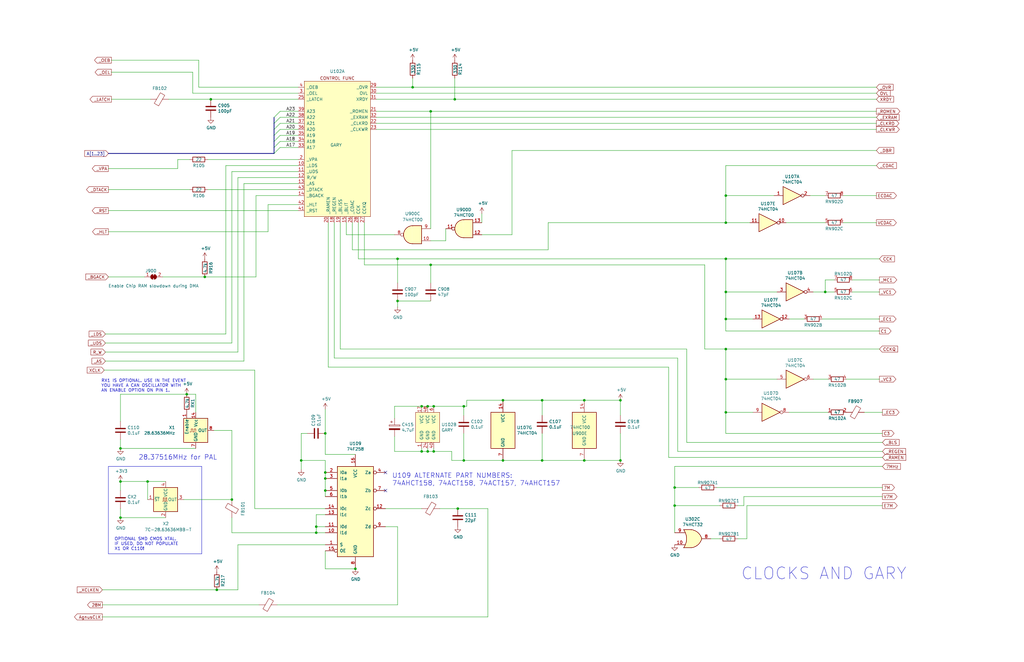
<source format=kicad_sch>
(kicad_sch (version 20231120) (generator "eeschema") (generator_version "8.0")
  (paper "B")
  (title_block (title "Amiga 2000 EATX") (date "2024-06-02") (rev "3.1"))
  (junction (at 137.16 207.01))
  (junction (at 149.86 240.03))
  (junction (at 97.79 210.82))
  (junction (at 261.62 168.91))
  (junction (at 306.07 93.98))
  (junction (at 86.36 116.84))
  (junction (at 181.61 111.76))
  (junction (at 50.8 218.44))
  (junction (at 306.07 109.22))
  (junction (at 50.8 203.2))
  (junction (at 306.07 147.32))
  (junction (at 167.64 109.22))
  (junction (at 137.16 199.39))
  (junction (at 182.88 171.45))
  (junction (at 261.62 194.31))
  (junction (at 306.07 123.19))
  (junction (at 137.16 201.93))
  (junction (at 177.8 190.5))
  (junction (at 306.07 82.55))
  (junction (at 347.98 123.19))
  (junction (at 212.09 194.31))
  (junction (at 50.8 189.23))
  (junction (at 284.48 205.74))
  (junction (at 167.64 127))
  (junction (at 180.34 171.45))
  (junction (at 133.35 224.79))
  (junction (at 78.74 166.37))
  (junction (at 306.07 134.62))
  (junction (at 212.09 168.91))
  (junction (at 88.9 41.91))
  (junction (at 180.34 190.5))
  (junction (at 306.07 173.99))
  (junction (at 177.8 171.45))
  (junction (at 228.6 194.31))
  (junction (at 228.6 168.91))
  (junction (at 137.16 182.88))
  (junction (at 191.77 41.91))
  (junction (at 195.58 171.45))
  (junction (at 246.38 168.91))
  (junction (at 193.04 214.63))
  (junction (at 182.88 190.5))
  (junction (at 91.44 248.92))
  (junction (at 306.07 160.02))
  (junction (at 127 194.31))
  (junction (at 181.61 46.99))
  (junction (at 173.99 36.83))
  (junction (at 246.38 194.31))
  (junction (at 284.48 213.36))
  (junction (at 195.58 194.31))
  (junction (at 62.23 203.2))
  (junction (at 133.35 222.25))
  (no_connect (at 162.56 199.39))
  (no_connect (at 162.56 207.01))
  (bus_entry (at 118.11 52.07) (size -2.54 2.54))
  (bus_entry (at 118.11 62.23) (size -2.54 2.54))
  (bus_entry (at 118.11 49.53) (size -2.54 2.54))
  (bus_entry (at 118.11 46.99) (size -2.54 2.54))
  (bus_entry (at 118.11 59.69) (size -2.54 2.54))
  (bus_entry (at 118.11 57.15) (size -2.54 2.54))
  (bus_entry (at 118.11 54.61) (size -2.54 2.54))
  (wire (pts (xy 125.73 82.55) (xy 107.95 82.55)))
  (wire (pts (xy 289.56 186.69) (xy 289.56 147.32)))
  (wire (pts (xy 138.43 93.98) (xy 138.43 154.94)))
  (wire (pts (xy 342.9 123.19) (xy 347.98 123.19)))
  (wire (pts (xy 331.47 93.98) (xy 347.98 93.98)))
  (wire (pts (xy 166.37 184.15) (xy 166.37 190.5)))
  (polyline (pts (xy 45.72 196.85) (xy 45.72 233.68)))
  (wire (pts (xy 44.45 152.4) (xy 102.87 152.4)))
  (wire (pts (xy 129.54 182.88) (xy 127 182.88)))
  (wire (pts (xy 181.61 127) (xy 167.64 127)))
  (wire (pts (xy 228.6 194.31) (xy 246.38 194.31)))
  (polyline (pts (xy 85.09 233.68) (xy 85.09 196.85)))
  (wire (pts (xy 181.61 46.99) (xy 369.57 46.99)))
  (wire (pts (xy 148.59 105.41) (xy 231.14 105.41)))
  (wire (pts (xy 81.28 39.37) (xy 81.28 30.48)))
  (wire (pts (xy 125.73 72.39) (xy 97.79 72.39)))
  (wire (pts (xy 173.99 36.83) (xy 369.57 36.83)))
  (wire (pts (xy 294.64 205.74) (xy 284.48 205.74)))
  (wire (pts (xy 125.73 54.61) (xy 118.11 54.61)))
  (wire (pts (xy 228.6 194.31) (xy 212.09 194.31)))
  (wire (pts (xy 125.73 46.99) (xy 118.11 46.99)))
  (wire (pts (xy 137.16 214.63) (xy 107.442 214.63)))
  (wire (pts (xy 341.63 82.55) (xy 347.98 82.55)))
  (wire (pts (xy 370.84 147.32) (xy 306.07 147.32)))
  (bus (pts (xy 115.57 57.15) (xy 115.57 59.69)))
  (wire (pts (xy 195.58 171.45) (xy 196.85 171.45)))
  (wire (pts (xy 306.07 123.19) (xy 306.07 134.62)))
  (wire (pts (xy 195.58 175.26) (xy 195.58 171.45)))
  (wire (pts (xy 281.94 193.04) (xy 281.94 154.94)))
  (wire (pts (xy 125.73 59.69) (xy 118.11 59.69)))
  (wire (pts (xy 347.98 123.19) (xy 351.79 123.19)))
  (wire (pts (xy 143.51 93.98) (xy 143.51 147.32)))
  (wire (pts (xy 195.58 194.31) (xy 212.09 194.31)))
  (wire (pts (xy 306.07 160.02) (xy 327.66 160.02)))
  (wire (pts (xy 181.61 119.38) (xy 181.61 111.76)))
  (wire (pts (xy 87.63 67.31) (xy 125.73 67.31)))
  (wire (pts (xy 356.87 160.02) (xy 370.84 160.02)))
  (wire (pts (xy 137.16 209.55) (xy 137.16 207.01)))
  (wire (pts (xy 127 198.12) (xy 127 194.31)))
  (wire (pts (xy 196.85 171.45) (xy 196.85 168.91)))
  (wire (pts (xy 182.88 171.45) (xy 195.58 171.45)))
  (wire (pts (xy 45.72 97.79) (xy 113.03 97.79)))
  (wire (pts (xy 187.96 101.6) (xy 187.96 96.52)))
  (wire (pts (xy 196.85 168.91) (xy 212.09 168.91)))
  (wire (pts (xy 107.442 214.63) (xy 107.442 156.21)))
  (wire (pts (xy 306.07 82.55) (xy 326.39 82.55)))
  (wire (pts (xy 177.8 190.5) (xy 166.37 190.5)))
  (wire (pts (xy 133.35 224.79) (xy 97.79 224.79)))
  (wire (pts (xy 228.6 168.91) (xy 246.38 168.91)))
  (wire (pts (xy 133.35 224.79) (xy 133.35 222.25)))
  (wire (pts (xy 44.45 140.97) (xy 95.25 140.97)))
  (wire (pts (xy 125.73 86.36) (xy 113.03 86.36)))
  (wire (pts (xy 306.07 182.88) (xy 372.11 182.88)))
  (wire (pts (xy 158.75 46.99) (xy 181.61 46.99)))
  (wire (pts (xy 167.64 222.25) (xy 167.64 255.27)))
  (wire (pts (xy 215.9 63.5) (xy 215.9 99.06)))
  (wire (pts (xy 137.16 222.25) (xy 133.35 222.25)))
  (wire (pts (xy 125.73 41.91) (xy 88.9 41.91)))
  (wire (pts (xy 246.38 194.31) (xy 261.62 194.31)))
  (wire (pts (xy 342.9 160.02) (xy 349.25 160.02)))
  (wire (pts (xy 369.57 63.5) (xy 215.9 63.5)))
  (wire (pts (xy 182.88 189.23) (xy 182.88 190.5)))
  (wire (pts (xy 97.79 218.44) (xy 97.79 224.79)))
  (wire (pts (xy 44.45 144.78) (xy 97.79 144.78)))
  (wire (pts (xy 78.74 166.37) (xy 50.8 166.37)))
  (wire (pts (xy 369.57 49.53) (xy 158.75 49.53)))
  (wire (pts (xy 284.48 213.36) (xy 303.53 213.36)))
  (wire (pts (xy 137.16 199.39) (xy 137.16 194.31)))
  (wire (pts (xy 125.73 74.93) (xy 100.33 74.93)))
  (wire (pts (xy 166.37 171.45) (xy 177.8 171.45)))
  (wire (pts (xy 359.41 123.19) (xy 370.84 123.19)))
  (wire (pts (xy 107.95 116.84) (xy 86.36 116.84)))
  (bus (pts (xy 115.57 62.23) (xy 115.57 64.77)))
  (wire (pts (xy 228.6 175.26) (xy 228.6 168.91)))
  (wire (pts (xy 313.69 213.36) (xy 311.15 213.36)))
  (wire (pts (xy 369.57 39.37) (xy 158.75 39.37)))
  (wire (pts (xy 97.79 72.39) (xy 97.79 144.78)))
  (wire (pts (xy 162.56 222.25) (xy 167.64 222.25)))
  (wire (pts (xy 314.96 213.36) (xy 314.96 227.33)))
  (wire (pts (xy 148.59 93.98) (xy 148.59 105.41)))
  (wire (pts (xy 109.22 255.27) (xy 43.18 255.27)))
  (wire (pts (xy 125.73 77.47) (xy 102.87 77.47)))
  (wire (pts (xy 195.58 182.88) (xy 195.58 194.31)))
  (wire (pts (xy 137.16 182.88) (xy 137.16 172.72)))
  (wire (pts (xy 153.67 93.98) (xy 153.67 111.76)))
  (wire (pts (xy 100.33 248.92) (xy 91.44 248.92)))
  (bus (pts (xy 115.57 64.77) (xy 45.72 64.77)))
  (wire (pts (xy 285.75 190.5) (xy 285.75 151.13)))
  (wire (pts (xy 203.2 99.06) (xy 215.9 99.06)))
  (wire (pts (xy 127 182.88) (xy 127 194.31)))
  (wire (pts (xy 246.38 168.91) (xy 261.62 168.91)))
  (wire (pts (xy 83.82 25.4) (xy 46.99 25.4)))
  (wire (pts (xy 180.34 189.23) (xy 180.34 190.5)))
  (wire (pts (xy 107.442 156.21) (xy 43.942 156.21)))
  (wire (pts (xy 113.03 86.36) (xy 113.03 97.79)))
  (wire (pts (xy 90.17 181.61) (xy 97.79 181.61)))
  (wire (pts (xy 151.13 109.22) (xy 167.64 109.22)))
  (bus (pts (xy 115.57 52.07) (xy 115.57 54.61)))
  (wire (pts (xy 137.16 207.01) (xy 137.16 201.93)))
  (wire (pts (xy 82.55 189.23) (xy 50.8 189.23)))
  (wire (pts (xy 146.05 93.98) (xy 146.05 99.06)))
  (wire (pts (xy 81.28 30.48) (xy 46.99 30.48)))
  (wire (pts (xy 297.18 111.76) (xy 297.18 147.32)))
  (wire (pts (xy 369.57 69.85) (xy 306.07 69.85)))
  (wire (pts (xy 143.51 147.32) (xy 289.56 147.32)))
  (wire (pts (xy 50.8 203.2) (xy 50.8 207.01)))
  (wire (pts (xy 45.72 88.9) (xy 125.73 88.9)))
  (wire (pts (xy 149.86 240.03) (xy 137.16 240.03)))
  (wire (pts (xy 137.16 191.77) (xy 149.86 191.77)))
  (wire (pts (xy 107.95 82.55) (xy 107.95 116.84)))
  (wire (pts (xy 364.49 173.99) (xy 372.11 173.99)))
  (wire (pts (xy 177.8 171.45) (xy 180.34 171.45)))
  (wire (pts (xy 284.48 224.79) (xy 284.48 213.36)))
  (wire (pts (xy 125.73 69.85) (xy 95.25 69.85)))
  (wire (pts (xy 153.67 111.76) (xy 181.61 111.76)))
  (wire (pts (xy 137.16 194.31) (xy 127 194.31)))
  (wire (pts (xy 62.23 210.82) (xy 62.23 203.2)))
  (wire (pts (xy 372.11 186.69) (xy 289.56 186.69)))
  (wire (pts (xy 167.64 119.38) (xy 167.64 109.22)))
  (wire (pts (xy 317.5 134.62) (xy 306.07 134.62)))
  (wire (pts (xy 369.57 54.61) (xy 158.75 54.61)))
  (wire (pts (xy 306.07 160.02) (xy 306.07 173.99)))
  (wire (pts (xy 346.71 134.62) (xy 370.84 134.62)))
  (wire (pts (xy 327.66 123.19) (xy 306.07 123.19)))
  (wire (pts (xy 80.01 67.31) (xy 74.93 67.31)))
  (wire (pts (xy 306.07 173.99) (xy 306.07 182.88)))
  (wire (pts (xy 284.48 205.74) (xy 284.48 213.36)))
  (wire (pts (xy 372.11 190.5) (xy 285.75 190.5)))
  (wire (pts (xy 355.6 82.55) (xy 369.57 82.55)))
  (wire (pts (xy 95.25 69.85) (xy 95.25 140.97)))
  (wire (pts (xy 355.6 93.98) (xy 369.57 93.98)))
  (wire (pts (xy 372.11 209.55) (xy 313.69 209.55)))
  (wire (pts (xy 347.98 118.11) (xy 351.79 118.11)))
  (wire (pts (xy 100.33 229.87) (xy 100.33 248.92)))
  (wire (pts (xy 91.44 248.92) (xy 43.18 248.92)))
  (wire (pts (xy 306.07 147.32) (xy 306.07 160.02)))
  (wire (pts (xy 86.36 116.84) (xy 68.58 116.84)))
  (wire (pts (xy 166.37 176.53) (xy 166.37 171.45)))
  (wire (pts (xy 146.05 99.06) (xy 166.37 99.06)))
  (wire (pts (xy 167.64 255.27) (xy 116.84 255.27)))
  (wire (pts (xy 261.62 168.91) (xy 261.62 175.26)))
  (wire (pts (xy 138.43 154.94) (xy 281.94 154.94)))
  (wire (pts (xy 137.16 240.03) (xy 137.16 232.41)))
  (wire (pts (xy 137.16 229.87) (xy 100.33 229.87)))
  (wire (pts (xy 306.07 134.62) (xy 306.07 139.7)))
  (wire (pts (xy 181.61 96.52) (xy 181.61 46.99)))
  (wire (pts (xy 190.5 190.5) (xy 182.88 190.5)))
  (wire (pts (xy 302.26 205.74) (xy 372.11 205.74)))
  (wire (pts (xy 125.73 52.07) (xy 118.11 52.07)))
  (bus (pts (xy 115.57 54.61) (xy 115.57 57.15)))
  (wire (pts (xy 43.18 260.35) (xy 205.74 260.35)))
  (wire (pts (xy 44.45 148.59) (xy 100.33 148.59)))
  (wire (pts (xy 137.16 182.88) (xy 137.16 191.77)))
  (polyline (pts (xy 85.09 196.85) (xy 45.72 196.85)))
  (wire (pts (xy 228.6 182.88) (xy 228.6 194.31)))
  (wire (pts (xy 151.13 93.98) (xy 151.13 109.22)))
  (wire (pts (xy 212.09 168.91) (xy 228.6 168.91)))
  (wire (pts (xy 173.99 33.02) (xy 173.99 36.83)))
  (wire (pts (xy 133.35 222.25) (xy 133.35 217.17)))
  (wire (pts (xy 140.97 151.13) (xy 285.75 151.13)))
  (wire (pts (xy 74.93 71.12) (xy 74.93 67.31)))
  (wire (pts (xy 125.73 80.01) (xy 87.63 80.01)))
  (wire (pts (xy 77.47 210.82) (xy 97.79 210.82)))
  (wire (pts (xy 261.62 182.88) (xy 261.62 194.31)))
  (wire (pts (xy 332.74 134.62) (xy 339.09 134.62)))
  (wire (pts (xy 62.23 203.2) (xy 50.8 203.2)))
  (wire (pts (xy 297.18 147.32) (xy 306.07 147.32)))
  (wire (pts (xy 158.75 41.91) (xy 191.77 41.91)))
  (wire (pts (xy 372.11 213.36) (xy 314.96 213.36)))
  (wire (pts (xy 181.61 111.76) (xy 297.18 111.76)))
  (wire (pts (xy 167.64 127) (xy 167.64 129.54)))
  (wire (pts (xy 306.07 139.7) (xy 370.84 139.7)))
  (wire (pts (xy 82.55 166.37) (xy 82.55 173.99)))
  (wire (pts (xy 125.73 57.15) (xy 118.11 57.15)))
  (wire (pts (xy 299.72 227.33) (xy 303.53 227.33)))
  (wire (pts (xy 203.2 90.17) (xy 203.2 93.98)))
  (wire (pts (xy 317.5 173.99) (xy 306.07 173.99)))
  (wire (pts (xy 88.9 41.91) (xy 71.12 41.91)))
  (wire (pts (xy 306.07 93.98) (xy 306.07 82.55)))
  (wire (pts (xy 50.8 218.44) (xy 50.8 214.63)))
  (wire (pts (xy 63.5 41.91) (xy 46.99 41.91)))
  (wire (pts (xy 137.16 201.93) (xy 137.16 199.39)))
  (wire (pts (xy 62.23 203.2) (xy 69.85 203.2)))
  (wire (pts (xy 80.01 80.01) (xy 45.72 80.01)))
  (polyline (pts (xy 45.72 233.68) (xy 85.09 233.68)))
  (bus (pts (xy 115.57 59.69) (xy 115.57 62.23)))
  (wire (pts (xy 60.96 116.84) (xy 45.72 116.84)))
  (wire (pts (xy 180.34 171.45) (xy 182.88 171.45)))
  (wire (pts (xy 316.23 93.98) (xy 306.07 93.98)))
  (wire (pts (xy 162.56 214.63) (xy 177.8 214.63)))
  (wire (pts (xy 313.69 209.55) (xy 313.69 213.36)))
  (wire (pts (xy 181.61 101.6) (xy 187.96 101.6)))
  (wire (pts (xy 190.5 194.31) (xy 190.5 190.5)))
  (wire (pts (xy 191.77 41.91) (xy 369.57 41.91)))
  (wire (pts (xy 125.73 39.37) (xy 81.28 39.37)))
  (wire (pts (xy 50.8 166.37) (xy 50.8 177.8)))
  (wire (pts (xy 97.79 181.61) (xy 97.79 210.82)))
  (wire (pts (xy 45.72 71.12) (xy 74.93 71.12)))
  (wire (pts (xy 185.42 214.63) (xy 193.04 214.63)))
  (wire (pts (xy 50.8 189.23) (xy 50.8 185.42)))
  (wire (pts (xy 193.04 214.63) (xy 205.74 214.63)))
  (wire (pts (xy 205.74 260.35) (xy 205.74 214.63)))
  (wire (pts (xy 102.87 77.47) (xy 102.87 152.4)))
  (wire (pts (xy 231.14 93.98) (xy 306.07 93.98)))
  (wire (pts (xy 83.82 36.83) (xy 83.82 25.4)))
  (wire (pts (xy 314.96 227.33) (xy 311.15 227.33)))
  (wire (pts (xy 347.98 123.19) (xy 347.98 118.11)))
  (wire (pts (xy 359.41 118.11) (xy 370.84 118.11)))
  (wire (pts (xy 306.07 109.22) (xy 306.07 123.19)))
  (wire (pts (xy 182.88 190.5) (xy 180.34 190.5)))
  (wire (pts (xy 125.73 36.83) (xy 83.82 36.83)))
  (wire (pts (xy 137.16 224.79) (xy 133.35 224.79)))
  (wire (pts (xy 177.8 189.23) (xy 177.8 190.5)))
  (wire (pts (xy 100.33 74.93) (xy 100.33 148.59)))
  (wire (pts (xy 158.75 52.07) (xy 369.57 52.07)))
  (wire (pts (xy 69.85 218.44) (xy 50.8 218.44)))
  (bus (pts (xy 115.57 49.53) (xy 115.57 52.07)))
  (wire (pts (xy 167.64 109.22) (xy 306.07 109.22)))
  (wire (pts (xy 190.5 194.31) (xy 195.58 194.31)))
  (wire (pts (xy 231.14 105.41) (xy 231.14 93.98)))
  (wire (pts (xy 180.34 190.5) (xy 177.8 190.5)))
  (wire (pts (xy 372.11 193.04) (xy 281.94 193.04)))
  (wire (pts (xy 370.84 109.22) (xy 306.07 109.22)))
  (wire (pts (xy 140.97 93.98) (xy 140.97 151.13)))
  (wire (pts (xy 158.75 36.83) (xy 173.99 36.83)))
  (wire (pts (xy 133.35 217.17) (xy 137.16 217.17)))
  (wire (pts (xy 284.48 196.85) (xy 284.48 205.74)))
  (wire (pts (xy 125.73 49.53) (xy 118.11 49.53)))
  (wire (pts (xy 306.07 69.85) (xy 306.07 82.55)))
  (wire (pts (xy 78.74 166.37) (xy 82.55 166.37)))
  (wire (pts (xy 332.74 173.99) (xy 349.25 173.99)))
  (wire (pts (xy 191.77 33.02) (xy 191.77 41.91)))
  (wire (pts (xy 125.73 62.23) (xy 118.11 62.23)))
  (wire (pts (xy 372.11 196.85) (xy 284.48 196.85)))
  (text "RX1 IS OPTIONAL. USE IN THE EVENT\nYOU HAVE A CAN OSCILLATOR WITH \nAN ENABLE OPTION ON PIN 1." (at 42.672 165.608 0) (effects (font (size 1.27 1.27)) (justify left bottom)))
  (text "28.37516MHz for PAL" (at 58.42 194.31 0) (effects (font (size 2.0066 2.0066)) (justify left bottom)))
  (text "OPTIONAL SMD CMOS XTAL. \nIF USED, DO NOT POPULATE \nX1 OR C110!" (at 48.26 232.41 0) (effects (font (size 1.27 1.27)) (justify left bottom)))
  (text "U109 ALTERNATE PART NUMBERS:\n74AHCT158, 74ACT158, 74ACT157, 74AHCT157" (at 165.354 205.232 0) (effects (font (size 2 2)) (justify left bottom)))
  (text "CLOCKS AND GARY" (at 312.42 245.11 0) (effects (font (size 5.0038 5.0038)) (justify left bottom)))
  (label "A18" (at 124.46 59.69 180) (effects (font (size 1.2954 1.2954))))
  (label "A19" (at 124.46 57.15 180) (effects (font (size 1.2954 1.2954))))
  (label "A22" (at 124.46 49.53 180) (effects (font (size 1.2954 1.2954))))
  (label "A17" (at 124.46 62.23 180) (effects (font (size 1.2954 1.2954))))
  (label "A23" (at 124.46 46.99 180) (effects (font (size 1.2954 1.2954))))
  (label "A21" (at 124.46 52.07 180) (effects (font (size 1.2954 1.2954))))
  (label "A20" (at 124.46 54.61 180) (effects (font (size 1.2954 1.2954))))
  (global_label "_ROMEN" (shape output) (at 369.57 46.99 0) (property "Intersheetrefs" "${INTERSHEET_REFS}" (at 379.4 46.99 0) (effects (justify left))))
  (global_label "_LDS" (shape input) (at 44.45 140.97 180) (property "Intersheetrefs" "${INTERSHEET_REFS}" (at 37.6438 140.97 0) (effects (justify right))))
  (global_label "OVL" (shape input) (at 369.57 39.37 0) (property "Intersheetrefs" "${INTERSHEET_REFS}" (at 375.3482 39.37 0) (effects (justify left))))
  (global_label "CCK" (shape input) (at 370.84 109.22 0) (effects (font (size 1.2954 1.2954))) (property "Intersheetrefs" "${INTERSHEET_REFS}" (at 377.1035 109.22 0) (effects (justify left))))
  (global_label "_VC3" (shape output) (at 370.84 160.02 0) (property "Intersheetrefs" "${INTERSHEET_REFS}" (at 377.7067 160.02 0) (effects (justify left))))
  (global_label "CCKQ" (shape input) (at 370.84 147.32 0) (effects (font (size 1.2954 1.2954))) (property "Intersheetrefs" "${INTERSHEET_REFS}" (at 378.4606 147.32 0) (effects (justify left))))
  (global_label "C1" (shape output) (at 370.84 139.7 0) (property "Intersheetrefs" "${INTERSHEET_REFS}" (at 375.6505 139.7 0) (effects (justify left))))
  (global_label "XRDY" (shape input) (at 369.57 41.91 0) (property "Intersheetrefs" "${INTERSHEET_REFS}" (at 376.7391 41.91 0) (effects (justify left))))
  (global_label "_RST" (shape output) (at 45.72 88.9 180) (property "Intersheetrefs" "${INTERSHEET_REFS}" (at 38.9743 88.9 0) (effects (justify right))))
  (global_label "ECDAC" (shape output) (at 369.57 82.55 0) (property "Intersheetrefs" "${INTERSHEET_REFS}" (at 377.9486 82.55 0) (effects (justify left))))
  (global_label "_OEL" (shape output) (at 46.99 30.48 180) (property "Intersheetrefs" "${INTERSHEET_REFS}" (at 40.1838 30.48 0) (effects (justify right))))
  (global_label "28M" (shape output) (at 43.18 255.27 180) (property "Intersheetrefs" "${INTERSHEET_REFS}" (at 36.9786 255.27 0) (effects (justify right))))
  (global_label "_REGEN" (shape input) (at 372.11 190.5 0) (effects (font (size 1.2954 1.2954))) (property "Intersheetrefs" "${INTERSHEET_REFS}" (at 381.7662 190.5 0) (effects (justify left))))
  (global_label "VCDAC" (shape output) (at 369.57 93.98 0) (property "Intersheetrefs" "${INTERSHEET_REFS}" (at 377.8882 93.98 0) (effects (justify left))))
  (global_label "7M" (shape output) (at 372.11 205.74 0) (property "Intersheetrefs" "${INTERSHEET_REFS}" (at 377.1019 205.74 0) (effects (justify left))))
  (global_label "_XCLKEN" (shape input) (at 43.18 248.92 180) (property "Intersheetrefs" "${INTERSHEET_REFS}" (at 32.6243 248.92 0) (effects (justify right))))
  (global_label "_MC1" (shape output) (at 370.84 118.11 0) (property "Intersheetrefs" "${INTERSHEET_REFS}" (at 378.0695 118.11 0) (effects (justify left))))
  (global_label "_EC3" (shape output) (at 372.11 173.99 0) (property "Intersheetrefs" "${INTERSHEET_REFS}" (at 379.0371 173.99 0) (effects (justify left))))
  (global_label "_BLS" (shape input) (at 372.11 186.69 0) (effects (font (size 1.2954 1.2954))) (property "Intersheetrefs" "${INTERSHEET_REFS}" (at 379.0521 186.69 0) (effects (justify left))))
  (global_label "_VC1" (shape output) (at 370.84 123.19 0) (property "Intersheetrefs" "${INTERSHEET_REFS}" (at 377.7067 123.19 0) (effects (justify left))))
  (global_label "_EC1" (shape output) (at 370.84 134.62 0) (property "Intersheetrefs" "${INTERSHEET_REFS}" (at 377.7671 134.62 0) (effects (justify left))))
  (global_label "_RAMEN" (shape input) (at 372.11 193.04 0) (effects (font (size 1.2954 1.2954))) (property "Intersheetrefs" "${INTERSHEET_REFS}" (at 381.8896 193.04 0) (effects (justify left))))
  (global_label "_CLKRD" (shape output) (at 369.57 52.07 0) (property "Intersheetrefs" "${INTERSHEET_REFS}" (at 378.9767 52.07 0) (effects (justify left))))
  (global_label "_UDS" (shape input) (at 44.45 144.78 180) (property "Intersheetrefs" "${INTERSHEET_REFS}" (at 37.3414 144.78 0) (effects (justify right))))
  (global_label "_DTACK" (shape output) (at 45.72 80.01 180) (property "Intersheetrefs" "${INTERSHEET_REFS}" (at 36.5552 80.01 0) (effects (justify right))))
  (global_label "C3" (shape output) (at 372.11 182.88 0) (property "Intersheetrefs" "${INTERSHEET_REFS}" (at 376.9205 182.88 0) (effects (justify left))))
  (global_label "XCLK" (shape input) (at 43.942 156.21 180) (property "Intersheetrefs" "${INTERSHEET_REFS}" (at 36.8334 156.21 0) (effects (justify right))))
  (global_label "_BGACK" (shape input) (at 45.72 116.84 180) (property "Intersheetrefs" "${INTERSHEET_REFS}" (at 36.2528 116.84 0) (effects (justify right))))
  (global_label "_CLKWR" (shape output) (at 369.57 54.61 0) (property "Intersheetrefs" "${INTERSHEET_REFS}" (at 379.1581 54.61 0) (effects (justify left))))
  (global_label "_EXRAM" (shape input) (at 369.57 49.53 0) (property "Intersheetrefs" "${INTERSHEET_REFS}" (at 379.0371 49.53 0) (effects (justify left))))
  (global_label "_DBR" (shape input) (at 369.57 63.5 0) (effects (font (size 1.2954 1.2954))) (property "Intersheetrefs" "${INTERSHEET_REFS}" (at 376.8205 63.5 0) (effects (justify left))))
  (global_label "_AS" (shape input) (at 44.45 152.4 180) (property "Intersheetrefs" "${INTERSHEET_REFS}" (at 38.8533 152.4 0) (effects (justify right))))
  (global_label "V7M" (shape output) (at 372.11 209.55 0) (property "Intersheetrefs" "${INTERSHEET_REFS}" (at 378.1905 209.55 0) (effects (justify left))))
  (global_label "_VPA" (shape output) (at 45.72 71.12 180) (property "Intersheetrefs" "${INTERSHEET_REFS}" (at 38.9742 71.12 0) (effects (justify right))))
  (global_label "AgnusCLK" (shape output) (at 43.18 260.35 180) (effects (font (size 1.2954 1.2954))) (property "Intersheetrefs" "${INTERSHEET_REFS}" (at 31.4882 260.35 0) (effects (justify right))))
  (global_label "A[1..23]" (shape input) (at 45.72 64.77 180) (property "Intersheetrefs" "${INTERSHEET_REFS}" (at 35.7689 64.77 0) (effects (justify right))))
  (global_label "_HLT" (shape output) (at 45.72 97.79 180) (property "Intersheetrefs" "${INTERSHEET_REFS}" (at 39.0952 97.79 0) (effects (justify right))))
  (global_label "R_W" (shape input) (at 44.45 148.59 180) (property "Intersheetrefs" "${INTERSHEET_REFS}" (at 38.43 148.59 0) (effects (justify right))))
  (global_label "_LATCH" (shape output) (at 46.99 41.91 180) (property "Intersheetrefs" "${INTERSHEET_REFS}" (at 38.0066 41.91 0) (effects (justify right))))
  (global_label "E7M" (shape output) (at 372.11 213.36 0) (property "Intersheetrefs" "${INTERSHEET_REFS}" (at 378.2509 213.36 0) (effects (justify left))))
  (global_label "7MHz" (shape input) (at 372.11 196.85 0) (effects (font (size 1.2954 1.2954))) (property "Intersheetrefs" "${INTERSHEET_REFS}" (at 379.6073 196.85 0) (effects (justify left))))
  (global_label "_OEB" (shape output) (at 46.99 25.4 180) (property "Intersheetrefs" "${INTERSHEET_REFS}" (at 39.9419 25.4 0) (effects (justify right))))
  (global_label "_OVR" (shape input) (at 369.57 36.83 0) (property "Intersheetrefs" "${INTERSHEET_REFS}" (at 376.5577 36.83 0) (effects (justify left))))
  (global_label "_CDAC" (shape input) (at 369.57 69.85 0) (effects (font (size 1.2954 1.2954))) (property "Intersheetrefs" "${INTERSHEET_REFS}" (at 377.9308 69.85 0) (effects (justify left))))
  (symbol (lib_id "Jumper:SolderJumper_2_Bridged") (at 64.77 116.84 0) (unit 1)
    (property "Reference" "J900" (at 66.04 114.3 0) (effects (justify right)))
    (property "Value" "Enable Chip RAM slowdown during DMA" (at 83.82 120.65 0) (effects (justify right)))
    (property "Footprint" "Jumper:SolderJumper-2_P1.3mm_Bridged_RoundedPad1.0x1.5mm" (effects (hide yes)))
  )
  (symbol (lib_id "Oscillator:SG-5032CAN") (at 69.85 210.82 0) (unit 1)
    (property "Reference" "X2" (at 68.58 220.98 0) (effects (justify left)))
    (property "Value" "7C-28.63636MBB-T" (at 60.96 223.52 0) (effects (justify left)))
    (property "Footprint" "Oscillator:Oscillator_SMD_SeikoEpson_SG8002LB-4Pin_5.0x3.2mm" (effects (hide yes)))
    (property "Datasheet" "https://support.epson.biz/td/api/doc_check.php?dl=brief_SG5032CAN&lang=en" (effects (hide yes)))
  )
  (symbol (lib_id "2000ATX-rescue:+3.3V-power") (at 50.8 203.2 0) (unit 1)
    (property "Reference" "#PWR0178" (effects (hide yes)))
    (property "Value" "+3V3" (at 51.181 198.8058 0))
  )
  (symbol (lib_id "Device:C") (at 50.8 210.82 0) (unit 1)
    (property "Reference" "CX2" (at 53.721 209.6516 0) (effects (justify left)))
    (property "Value" "0.1uF" (at 53.721 211.963 0) (effects (justify left)))
    (property "Footprint" "Capacitor_SMD:C_1206_3216Metric" (effects (hide yes)))
  )
  (symbol (lib_id "power:GND") (at 50.8 218.44 0) (unit 1)
    (property "Reference" "#PWR0179" (effects (hide yes)))
    (property "Value" "GND" (at 50.927 222.8342 0))
  )
  (symbol (lib_id "2000ATX-rescue:Ferrite_Bead-Device") (at 97.79 214.63 0) (unit 1)
    (property "Reference" "FB101" (at 102.4128 214.63 90))
    (property "Value" "Ferrite_Bead" (effects (hide yes)))
    (property "Footprint" "Capacitor_SMD:C_1206_3216Metric" (effects (hide yes)))
  )
  (symbol (lib_id "2000ATX-rescue:ACO-xxxMHz-Oscillator") (at 82.55 181.61 0) (unit 1)
    (property "Reference" "X1" (at 73.8378 180.4416 0) (effects (justify right)))
    (property "Value" "28.63636MHz" (at 73.8378 182.753 0) (effects (justify right)))
    (property "Footprint" "Oscillator:Oscillator_DIP-14" (effects (hide yes)))
  )
  (symbol (lib_id "Device:C") (at 50.8 181.61 0) (unit 1)
    (property "Reference" "C110" (at 53.721 180.4416 0) (effects (justify left)))
    (property "Value" "0.1uF" (at 53.721 182.753 0) (effects (justify left)))
    (property "Footprint" "Capacitor_SMD:C_1206_3216Metric" (effects (hide yes)))
  )
  (symbol (lib_id "power:GND") (at 50.8 189.23 0) (unit 1)
    (property "Reference" "#PWR0253" (effects (hide yes)))
    (property "Value" "GND" (at 50.927 193.6242 0))
  )
  (symbol (lib_id "Amiga-Library:Gary") (at 140.97 60.96 0) (unit 1)
    (property "Reference" "U102" (at 142.24 30.099 0))
    (property "Value" "GARY" (at 141.732 61.214 0))
    (property "Footprint" "Package_DIP:DIP-48_W15.24mm" (effects (hide yes)))
    (property "Datasheet" "http://www.ti.com/lit/gpn/sn7400" (effects (hide yes)))
  )
  (symbol (lib_id "74xx:74LS04") (at 334.01 82.55 0) (unit 1)
    (property "Reference" "U107" (at 334.01 74.4982 0))
    (property "Value" "74HCT04" (at 334.01 76.8096 0))
    (property "Footprint" "Package_SO:SOIC-14_3.9x8.7mm_P1.27mm" (effects (hide yes)))
    (property "Datasheet" "http://www.ti.com/lit/gpn/sn7400" (effects (hide yes)))
  )
  (symbol (lib_id "74xx:74LS04") (at 323.85 93.98 0) (unit 5)
    (property "Reference" "U107" (at 323.85 85.9282 0))
    (property "Value" "74HCT04" (at 323.85 88.2396 0))
    (property "Footprint" "Package_SO:SOIC-14_3.9x8.7mm_P1.27mm" (effects (hide yes)))
    (property "Datasheet" "http://www.ti.com/lit/gpn/sn7400" (effects (hide yes)))
  )
  (symbol (lib_id "74xx:74LS04") (at 335.28 123.19 0) (unit 2)
    (property "Reference" "U107" (at 335.28 115.1382 0))
    (property "Value" "74HCT04" (at 335.28 117.4496 0))
    (property "Footprint" "Package_SO:SOIC-14_3.9x8.7mm_P1.27mm" (effects (hide yes)))
    (property "Datasheet" "http://www.ti.com/lit/gpn/sn7400" (effects (hide yes)))
  )
  (symbol (lib_id "74xx:74LS04") (at 325.12 134.62 0) (unit 6)
    (property "Reference" "U107" (at 325.12 126.5682 0))
    (property "Value" "74HCT04" (at 325.12 128.8796 0))
    (property "Footprint" "Package_SO:SOIC-14_3.9x8.7mm_P1.27mm" (effects (hide yes)))
    (property "Datasheet" "http://www.ti.com/lit/gpn/sn7400" (effects (hide yes)))
  )
  (symbol (lib_id "74xx:74LS04") (at 335.28 160.02 0) (unit 3)
    (property "Reference" "U107" (at 335.28 151.9682 0))
    (property "Value" "74HCT04" (at 335.28 154.2796 0))
    (property "Footprint" "Package_SO:SOIC-14_3.9x8.7mm_P1.27mm" (effects (hide yes)))
    (property "Datasheet" "http://www.ti.com/lit/gpn/sn7400" (effects (hide yes)))
  )
  (symbol (lib_id "74xx:74LS04") (at 325.12 173.99 0) (unit 4)
    (property "Reference" "U107" (at 325.12 165.9382 0))
    (property "Value" "74HCT04" (at 325.12 168.2496 0))
    (property "Footprint" "Package_SO:SOIC-14_3.9x8.7mm_P1.27mm" (effects (hide yes)))
    (property "Datasheet" "http://www.ti.com/lit/gpn/sn7400" (effects (hide yes)))
  )
  (symbol (lib_id "74xx:74LS32") (at 292.1 227.33 0) (unit 3)
    (property "Reference" "U302" (at 292.1 219.075 0))
    (property "Value" "74HCT32" (at 292.1 221.3864 0))
    (property "Footprint" "Package_SO:SOIC-14_3.9x8.7mm_P1.27mm" (effects (hide yes)))
    (property "Datasheet" "http://www.ti.com/lit/gpn/sn74LS32" (effects (hide yes)))
  )
  (symbol (lib_id "Device:R") (at 307.34 213.36 270) (unit 1)
    (property "Reference" "RN907C1" (at 307.34 211.328 90))
    (property "Value" "47" (at 307.34 213.614 90))
    (property "Footprint" "Resistor_SMD:R_1206_3216Metric" (effects (hide yes)))
  )
  (symbol (lib_id "Device:R") (at 298.45 205.74 270) (unit 1)
    (property "Reference" "RN907A1" (at 298.45 203.708 90))
    (property "Value" "47" (at 298.45 205.994 90))
    (property "Footprint" "Resistor_SMD:R_1206_3216Metric" (effects (hide yes)))
  )
  (symbol (lib_id "Device:R") (at 307.34 227.33 270) (unit 1)
    (property "Reference" "RN907B1" (at 307.34 225.298 90))
    (property "Value" "47" (at 307.34 227.584 90))
    (property "Footprint" "Resistor_SMD:R_1206_3216Metric" (effects (hide yes)))
  )
  (symbol (lib_id "power:GND") (at 284.48 229.87 0) (unit 1)
    (property "Reference" "#PWR0243" (effects (hide yes)))
    (property "Value" "GND" (at 284.607 234.2642 0))
  )
  (symbol (lib_id "Device:R") (at 86.36 113.03 180) (unit 1)
    (property "Reference" "R916" (at 88.9 113.03 90))
    (property "Value" "4.7k" (at 86.614 113.03 90))
    (property "Footprint" "Resistor_SMD:R_1206_3216Metric" (effects (hide yes)))
  )
  (symbol (lib_id "power:+5V") (at 86.36 109.22 0) (unit 1)
    (property "Reference" "#PWR0246" (effects (hide yes)))
    (property "Value" "+5V" (at 86.741 104.8258 0))
  )
  (symbol (lib_id "Device:R") (at 83.82 80.01 90) (unit 1)
    (property "Reference" "R106" (at 83.82 82.55 90))
    (property "Value" "22" (at 83.82 80.01 90))
    (property "Footprint" "Resistor_SMD:R_1206_3216Metric" (effects (hide yes)))
  )
  (symbol (lib_id "Device:R") (at 83.82 67.31 90) (unit 1)
    (property "Reference" "R105" (at 83.82 69.85 90))
    (property "Value" "22" (at 83.82 67.31 90))
    (property "Footprint" "Resistor_SMD:R_1206_3216Metric" (effects (hide yes)))
  )
  (symbol (lib_id "Device:C") (at 88.9 45.72 0) (unit 1)
    (property "Reference" "C905" (at 91.821 44.5516 0) (effects (justify left)))
    (property "Value" "100pF" (at 91.821 46.863 0) (effects (justify left)))
    (property "Footprint" "Capacitor_SMD:C_1206_3216Metric" (effects (hide yes)))
  )
  (symbol (lib_id "2000ATX-rescue:Ferrite_Bead-Device") (at 67.31 41.91 90) (unit 1)
    (property "Reference" "FB102" (at 67.31 37.2872 90))
    (property "Value" "Ferrite_Bead" (effects (hide yes)))
    (property "Footprint" "Capacitor_SMD:C_1206_3216Metric" (effects (hide yes)))
  )
  (symbol (lib_id "power:GND") (at 88.9 49.53 0) (unit 1)
    (property "Reference" "#PWR0247" (effects (hide yes)))
    (property "Value" "GND" (at 89.027 53.9242 0))
  )
  (symbol (lib_id "Device:R") (at 173.99 29.21 180) (unit 1)
    (property "Reference" "R115" (at 176.53 29.21 90))
    (property "Value" "330" (at 174.244 29.21 90))
    (property "Footprint" "Resistor_SMD:R_1206_3216Metric" (effects (hide yes)))
  )
  (symbol (lib_id "Device:R") (at 191.77 29.21 180) (unit 1)
    (property "Reference" "R114" (at 194.056 29.21 90))
    (property "Value" "330" (at 192.024 29.21 90))
    (property "Footprint" "Resistor_SMD:R_1206_3216Metric" (effects (hide yes)))
  )
  (symbol (lib_id "power:+5V") (at 191.77 25.4 0) (unit 1)
    (property "Reference" "#PWR0248" (effects (hide yes)))
    (property "Value" "+5V" (at 192.151 21.0058 0))
  )
  (symbol (lib_id "74xx:7400") (at 173.99 99.06 0) (mirror y) (unit 3)
    (property "Reference" "U900" (at 173.99 90.17 0))
    (property "Value" "74HCT00" (at 173.99 92.71 0))
    (property "Footprint" "Package_SO:SOIC-14_3.9x8.7mm_P1.27mm" (effects (hide yes)))
    (property "Datasheet" "http://www.ti.com/lit/gpn/sn7400" (effects (hide yes)))
  )
  (symbol (lib_id "74xx:7400") (at 195.58 96.52 180) (unit 4)
    (property "Reference" "U900" (at 195.58 88.4682 0))
    (property "Value" "74HCT00" (at 195.58 90.7796 0))
    (property "Footprint" "Package_SO:SOIC-14_3.9x8.7mm_P1.27mm" (effects (hide yes)))
    (property "Datasheet" "http://www.ti.com/lit/gpn/sn7400" (effects (hide yes)))
  )
  (symbol (lib_id "power:+5V") (at 203.2 90.17 0) (unit 1)
    (property "Reference" "#PWR0249" (effects (hide yes)))
    (property "Value" "+5V" (at 203.581 85.7758 0))
  )
  (symbol (lib_id "Device:C") (at 167.64 123.19 0) (unit 1)
    (property "Reference" "C907" (at 170.561 122.0216 0) (effects (justify left)))
    (property "Value" "100pF" (at 170.561 124.333 0) (effects (justify left)))
    (property "Footprint" "Capacitor_SMD:C_1206_3216Metric" (effects (hide yes)))
  )
  (symbol (lib_id "Device:C") (at 181.61 123.19 0) (unit 1)
    (property "Reference" "C908" (at 184.531 122.0216 0) (effects (justify left)))
    (property "Value" "47pF" (at 184.531 124.333 0) (effects (justify left)))
    (property "Footprint" "Capacitor_SMD:C_1206_3216Metric" (effects (hide yes)))
  )
  (symbol (lib_id "power:GND") (at 167.64 129.54 0) (unit 1)
    (property "Reference" "#PWR0250" (effects (hide yes)))
    (property "Value" "GND" (at 167.767 133.9342 0))
  )
  (symbol (lib_id "Amiga-Library:Gary") (at 180.34 180.34 0) (unit 2)
    (property "Reference" "U102" (at 186.1312 179.1716 0) (effects (justify left)))
    (property "Value" "GARY" (at 186.1312 181.483 0) (effects (justify left)))
    (property "Footprint" "Package_DIP:DIP-48_W15.24mm" (effects (hide yes)))
    (property "Datasheet" "http://www.ti.com/lit/gpn/sn7400" (effects (hide yes)))
  )
  (symbol (lib_id "74xx:74LS04") (at 212.09 181.61 0) (unit 7)
    (property "Reference" "U107" (at 217.932 180.4416 0) (effects (justify left)))
    (property "Value" "74HCT04" (at 217.932 182.753 0) (effects (justify left)))
    (property "Footprint" "Package_SO:SOIC-14_3.9x8.7mm_P1.27mm" (effects (hide yes)))
    (property "Datasheet" "http://www.ti.com/lit/gpn/sn7400" (effects (hide yes)))
  )
  (symbol (lib_id "74xx:7400") (at 246.38 181.61 0) (unit 5)
    (property "Reference" "U900" (at 247.65 182.88 0) (effects (justify right)))
    (property "Value" "74HCT00" (at 248.92 180.34 0) (effects (justify right)))
    (property "Footprint" "Package_SO:SOIC-14_3.9x8.7mm_P1.27mm" (effects (hide yes)))
    (property "Datasheet" "http://www.ti.com/lit/gpn/sn7400" (effects (hide yes)))
  )
  (symbol (lib_id "power:GND") (at 261.62 194.31 0) (unit 1)
    (property "Reference" "#PWR0251" (effects (hide yes)))
    (property "Value" "GND" (at 261.747 198.7042 0))
  )
  (symbol (lib_id "2000ATX-rescue:CP-Device") (at 166.37 180.34 0) (unit 1)
    (property "Reference" "C415" (at 169.3672 179.1716 0) (effects (justify left)))
    (property "Value" "4.7uF" (at 169.3672 181.483 0) (effects (justify left)))
    (property "Footprint" "Capacitor_SMD:CP_Elec_4x5.8" (effects (hide yes)))
  )
  (symbol (lib_id "Device:C") (at 195.58 179.07 0) (unit 1)
    (property "Reference" "C102" (at 198.501 177.9016 0) (effects (justify left)))
    (property "Value" "0.1uF" (at 198.501 180.213 0) (effects (justify left)))
    (property "Footprint" "Capacitor_SMD:C_1206_3216Metric" (effects (hide yes)))
  )
  (symbol (lib_id "Device:C") (at 228.6 179.07 0) (unit 1)
    (property "Reference" "C107" (at 231.521 177.9016 0) (effects (justify left)))
    (property "Value" "0.1uF" (at 231.521 180.213 0) (effects (justify left)))
    (property "Footprint" "Capacitor_SMD:C_1206_3216Metric" (effects (hide yes)))
  )
  (symbol (lib_id "power:+5V") (at 261.62 168.91 0) (unit 1)
    (property "Reference" "#PWR0252" (effects (hide yes)))
    (property "Value" "+5V" (at 262.001 164.5158 0))
  )
  (symbol (lib_id "Device:C") (at 261.62 179.07 0) (unit 1)
    (property "Reference" "C918" (at 264.541 177.9016 0) (effects (justify left)))
    (property "Value" "0.1uF" (at 264.541 180.213 0) (effects (justify left)))
    (property "Footprint" "Capacitor_SMD:C_1206_3216Metric" (effects (hide yes)))
  )
  (symbol (lib_id "power:+5V") (at 173.99 25.4 0) (unit 1)
    (property "Reference" "#PWR0217" (effects (hide yes)))
    (property "Value" "+5V" (at 174.371 21.0058 0))
  )
  (symbol (lib_id "2000ATX-rescue:Ferrite_Bead-Device") (at 113.03 255.27 270) (unit 1)
    (property "Reference" "FB104" (at 113.03 250.19 90))
    (property "Value" "Ferrite_Bead" (effects (hide yes)))
    (property "Footprint" "Capacitor_SMD:C_1206_3216Metric" (effects (hide yes)))
  )
  (symbol (lib_id "2000ATX-rescue:Ferrite_Bead-Device") (at 181.61 214.63 270) (unit 1)
    (property "Reference" "FB103" (at 181.61 209.55 90))
    (property "Value" "Ferrite_Bead" (effects (hide yes)))
    (property "Footprint" "Capacitor_SMD:C_1206_3216Metric" (effects (hide yes)))
  )
  (symbol (lib_id "Device:R_Pack04_SIP_Split") (at 351.79 93.98 270) (unit 3)
    (property "Reference" "RN902" (at 351.79 96.52 90))
    (property "Value" "47" (at 351.79 93.98 90))
    (property "Footprint" "Resistor_THT:R_Array_SIP8" (effects (hide yes)))
    (property "Datasheet" "http://www.vishay.com/docs/31509/csc.pdf" (effects (hide yes)))
  )
  (symbol (lib_id "Device:R_Pack04_SIP_Split") (at 351.79 82.55 270) (unit 4)
    (property "Reference" "RN902" (at 351.79 85.09 90))
    (property "Value" "47" (at 351.79 82.55 90))
    (property "Footprint" "Resistor_THT:R_Array_SIP8" (effects (hide yes)))
    (property "Datasheet" "http://www.vishay.com/docs/31509/csc.pdf" (effects (hide yes)))
  )
  (symbol (lib_id "Device:R_Pack04_SIP_Split") (at 353.06 160.02 270) (unit 2)
    (property "Reference" "RN102" (at 353.06 162.56 90))
    (property "Value" "47" (at 353.06 160.02 90))
    (property "Footprint" "Resistor_THT:R_Array_SIP8" (effects (hide yes)))
    (property "Datasheet" "http://www.vishay.com/docs/31509/csc.pdf" (effects (hide yes)))
  )
  (symbol (lib_id "Device:R_Pack04_SIP_Split") (at 353.06 173.99 270) (unit 1)
    (property "Reference" "RN102" (at 353.06 176.53 90))
    (property "Value" "47" (at 353.06 173.99 90))
    (property "Footprint" "Resistor_THT:R_Array_SIP8" (effects (hide yes)))
    (property "Datasheet" "http://www.vishay.com/docs/31509/csc.pdf" (effects (hide yes)))
  )
  (symbol (lib_id "Device:R_Pack04_SIP_Split") (at 355.6 123.19 270) (unit 3)
    (property "Reference" "RN102" (at 355.6 125.73 90))
    (property "Value" "47" (at 355.6 123.19 90))
    (property "Footprint" "Resistor_THT:R_Array_SIP8" (effects (hide yes)))
    (property "Datasheet" "http://www.vishay.com/docs/31509/csc.pdf" (effects (hide yes)))
  )
  (symbol (lib_id "Device:R_Pack04_SIP_Split") (at 355.6 118.11 270) (unit 4)
    (property "Reference" "RN102" (at 355.6 115.57 90))
    (property "Value" "47" (at 355.6 118.11 90))
    (property "Footprint" "Resistor_THT:R_Array_SIP8" (effects (hide yes)))
    (property "Datasheet" "http://www.vishay.com/docs/31509/csc.pdf" (effects (hide yes)))
  )
  (symbol (lib_id "Device:R_Pack04_SIP_Split") (at 342.9 134.62 270) (unit 2)
    (property "Reference" "RN902" (at 342.9 137.16 90))
    (property "Value" "47" (at 342.9 134.62 90))
    (property "Footprint" "Resistor_THT:R_Array_SIP8" (effects (hide yes)))
    (property "Datasheet" "http://www.vishay.com/docs/31509/csc.pdf" (effects (hide yes)))
  )
  (symbol (lib_id "2000ATX-rescue:Ferrite_Bead-Device") (at 360.68 173.99 270) (unit 1)
    (property "Reference" "FB907" (at 360.68 169.3672 90))
    (property "Value" "Ferrite_Bead" (effects (hide yes)))
    (property "Footprint" "Capacitor_SMD:C_1206_3216Metric" (effects (hide yes)))
  )
  (symbol (lib_id "Device:C") (at 133.35 182.88 90) (unit 1)
    (property "Reference" "C109" (at 132.1816 179.959 0) (effects (justify left)))
    (property "Value" "0.1uF" (at 134.493 179.959 0) (effects (justify left)))
    (property "Footprint" "Capacitor_SMD:C_1206_3216Metric" (effects (hide yes)))
  )
  (symbol (lib_id "power:+5V") (at 137.16 172.72 0) (unit 1)
    (property "Reference" "#PWR0361" (effects (hide yes)))
    (property "Value" "+5V" (at 137.541 168.3258 0))
  )
  (symbol (lib_id "74xx:74LS258") (at 149.86 214.63 0) (unit 1)
    (property "Reference" "U109" (at 149.86 187.1726 0))
    (property "Value" "74F258" (at 149.86 189.484 0))
    (property "Footprint" "Package_SO:SOIC-16_3.9x9.9mm_P1.27mm" (effects (hide yes)))
    (property "Datasheet" "http://www.ti.com/lit/gpn/sn74LS258" (effects (hide yes)))
    (property "Alt Parts" "74AHCT158, 74ACT158, 74ACT157, 74AHCT157" (effects (hide yes)))
  )
  (symbol (lib_id "power:GND") (at 149.86 240.03 0) (unit 1)
    (property "Reference" "#PWR0208" (effects (hide yes)))
    (property "Value" "GND" (at 149.987 244.4242 0))
  )
  (symbol (lib_id "Device:C") (at 193.04 218.44 0) (unit 1)
    (property "Reference" "C111" (at 195.961 217.2716 0) (effects (justify left)))
    (property "Value" "22pF" (at 195.961 219.583 0) (effects (justify left)))
    (property "Footprint" "Capacitor_SMD:C_1206_3216Metric" (effects (hide yes)))
  )
  (symbol (lib_id "power:GND") (at 193.04 222.25 0) (unit 1)
    (property "Reference" "#PWR0209" (effects (hide yes)))
    (property "Value" "GND" (at 193.167 226.6442 0))
  )
  (symbol (lib_id "power:GND") (at 127 198.12 0) (unit 1)
    (property "Reference" "#PWR0210" (effects (hide yes)))
    (property "Value" "GND" (at 127.127 202.5142 0))
  )
  (symbol (lib_id "Device:R") (at 91.44 245.11 180) (unit 1)
    (property "Reference" "R217" (at 93.98 245.11 90))
    (property "Value" "4.7k" (at 91.694 245.11 90))
    (property "Footprint" "Resistor_SMD:R_1206_3216Metric" (effects (hide yes)))
  )
  (symbol (lib_id "power:+5V") (at 78.74 166.37 0) (unit 1)
    (property "Reference" "#PWR02" (effects (hide yes)))
    (property "Value" "+5V" (at 79.121 161.9758 0))
  )
  (symbol (lib_id "power:+5V") (at 91.44 241.3 0) (unit 1)
    (property "Reference" "#PWR01" (effects (hide yes)))
    (property "Value" "+5V" (at 91.821 236.9058 0))
  )
  (symbol (lib_id "Device:R") (at 78.74 170.18 180) (unit 1) (in_bom no)
    (property "Reference" "RX1" (at 81.28 170.18 90))
    (property "Value" "4.7k" (at 78.994 170.18 90))
    (property "Footprint" "Resistor_SMD:R_1206_3216Metric" (effects (hide yes)))
  )
)
</source>
